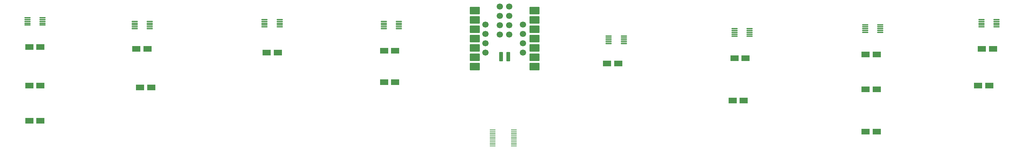
<source format=gbr>
%TF.GenerationSoftware,KiCad,Pcbnew,8.0.8*%
%TF.CreationDate,2025-05-04T20:59:54-05:00*%
%TF.ProjectId,Feedback_sleeve,46656564-6261-4636-9b5f-736c65657665,rev?*%
%TF.SameCoordinates,Original*%
%TF.FileFunction,Paste,Top*%
%TF.FilePolarity,Positive*%
%FSLAX46Y46*%
G04 Gerber Fmt 4.6, Leading zero omitted, Abs format (unit mm)*
G04 Created by KiCad (PCBNEW 8.0.8) date 2025-05-04 20:59:54*
%MOMM*%
%LPD*%
G01*
G04 APERTURE LIST*
G04 Aperture macros list*
%AMRoundRect*
0 Rectangle with rounded corners*
0 $1 Rounding radius*
0 $2 $3 $4 $5 $6 $7 $8 $9 X,Y pos of 4 corners*
0 Add a 4 corners polygon primitive as box body*
4,1,4,$2,$3,$4,$5,$6,$7,$8,$9,$2,$3,0*
0 Add four circle primitives for the rounded corners*
1,1,$1+$1,$2,$3*
1,1,$1+$1,$4,$5*
1,1,$1+$1,$6,$7*
1,1,$1+$1,$8,$9*
0 Add four rect primitives between the rounded corners*
20,1,$1+$1,$2,$3,$4,$5,0*
20,1,$1+$1,$4,$5,$6,$7,0*
20,1,$1+$1,$6,$7,$8,$9,0*
20,1,$1+$1,$8,$9,$2,$3,0*%
G04 Aperture macros list end*
%ADD10R,2.200000X1.600000*%
%ADD11O,1.699999X0.299999*%
%ADD12RoundRect,0.062500X0.675000X0.062500X-0.675000X0.062500X-0.675000X-0.062500X0.675000X-0.062500X0*%
%ADD13RoundRect,0.200000X1.175000X0.800000X-1.175000X0.800000X-1.175000X-0.800000X1.175000X-0.800000X0*%
%ADD14RoundRect,0.200000X-1.175000X-0.800000X1.175000X-0.800000X1.175000X0.800000X-1.175000X0.800000X0*%
%ADD15C,1.700000*%
%ADD16RoundRect,0.110000X-0.440000X1.140000X-0.440000X-1.140000X0.440000X-1.140000X0.440000X1.140000X0*%
G04 APERTURE END LIST*
D10*
%TO.C,C11*%
X243000000Y-40500000D03*
X246000000Y-40500000D03*
%TD*%
%TO.C,C9*%
X243000000Y-31000000D03*
X246000000Y-31000000D03*
%TD*%
D11*
%TO.C,U7*%
X242900002Y-22999999D03*
X242900002Y-23499998D03*
X242900002Y-24000000D03*
X242900002Y-24499999D03*
X242900002Y-25000001D03*
X247000001Y-25000001D03*
X247000001Y-24499999D03*
X247000001Y-24000000D03*
X247000001Y-23499998D03*
X247000001Y-22999999D03*
%TD*%
D10*
%TO.C,C1*%
X274500000Y-29500000D03*
X277500000Y-29500000D03*
%TD*%
D11*
%TO.C,U9*%
X80200002Y-21499999D03*
X80200002Y-21999998D03*
X80200002Y-22500000D03*
X80200002Y-22999999D03*
X80200002Y-23500001D03*
X84300001Y-23500001D03*
X84300001Y-22999999D03*
X84300001Y-22500000D03*
X84300001Y-21999998D03*
X84300001Y-21499999D03*
%TD*%
D10*
%TO.C,C6*%
X80800000Y-30500000D03*
X83800000Y-30500000D03*
%TD*%
D11*
%TO.C,U2*%
X274400002Y-21499999D03*
X274400002Y-21999998D03*
X274400002Y-22500000D03*
X274400002Y-22999999D03*
X274400002Y-23500001D03*
X278500001Y-23500001D03*
X278500001Y-22999999D03*
X278500001Y-22500000D03*
X278500001Y-21999998D03*
X278500001Y-21499999D03*
%TD*%
D10*
%TO.C,C2*%
X173000000Y-33500000D03*
X176000000Y-33500000D03*
%TD*%
%TO.C,C5*%
X16500000Y-49000000D03*
X19500000Y-49000000D03*
%TD*%
D11*
%TO.C,U5*%
X112500002Y-21999999D03*
X112500002Y-22499998D03*
X112500002Y-23000000D03*
X112500002Y-23499999D03*
X112500002Y-24000001D03*
X116600001Y-24000001D03*
X116600001Y-23499999D03*
X116600001Y-23000000D03*
X116600001Y-22499998D03*
X116600001Y-21999999D03*
%TD*%
D10*
%TO.C,C10*%
X46500000Y-40000000D03*
X49500000Y-40000000D03*
%TD*%
%TO.C,C3*%
X112600000Y-30000000D03*
X115600000Y-30000000D03*
%TD*%
%TO.C,C15*%
X207000000Y-43500000D03*
X210000000Y-43500000D03*
%TD*%
D11*
%TO.C,U8*%
X207500002Y-23999999D03*
X207500002Y-24499998D03*
X207500002Y-25000000D03*
X207500002Y-25499999D03*
X207500002Y-26000001D03*
X211600001Y-26000001D03*
X211600001Y-25499999D03*
X211600001Y-25000000D03*
X211600001Y-24499998D03*
X211600001Y-23999999D03*
%TD*%
D10*
%TO.C,C14*%
X16500000Y-29000000D03*
X19500000Y-29000000D03*
%TD*%
%TO.C,C13*%
X207500000Y-32000000D03*
X210500000Y-32000000D03*
%TD*%
D11*
%TO.C,U4*%
X173400002Y-25999999D03*
X173400002Y-26499998D03*
X173400002Y-27000000D03*
X173400002Y-27499999D03*
X173400002Y-28000001D03*
X177500001Y-28000001D03*
X177500001Y-27499999D03*
X177500001Y-27000000D03*
X177500001Y-26499998D03*
X177500001Y-25999999D03*
%TD*%
%TO.C,U10*%
X45000002Y-21999999D03*
X45000002Y-22499998D03*
X45000002Y-23000000D03*
X45000002Y-23499999D03*
X45000002Y-24000001D03*
X49100001Y-24000001D03*
X49100001Y-23499999D03*
X49100001Y-23000000D03*
X49100001Y-22499998D03*
X49100001Y-21999999D03*
%TD*%
D12*
%TO.C,U3*%
X147725000Y-55900000D03*
X147725000Y-55500000D03*
X147725000Y-55100000D03*
X147725000Y-54700000D03*
X147725000Y-54300000D03*
X147725000Y-53900000D03*
X147725000Y-53500000D03*
X147725000Y-53100000D03*
X147725000Y-52700000D03*
X147725000Y-52300000D03*
X147725000Y-51900000D03*
X147725000Y-51500000D03*
X142000000Y-51500000D03*
X142000000Y-51900000D03*
X142000000Y-52300000D03*
X142000000Y-52700000D03*
X142000000Y-53100000D03*
X142000000Y-53500000D03*
X142000000Y-53900000D03*
X142000000Y-54300000D03*
X142000000Y-54700000D03*
X142000000Y-55100000D03*
X142000000Y-55500000D03*
X142000000Y-55900000D03*
%TD*%
D10*
%TO.C,C16*%
X16500000Y-39500000D03*
X19500000Y-39500000D03*
%TD*%
%TO.C,C12*%
X112600000Y-38500000D03*
X115600000Y-38500000D03*
%TD*%
%TO.C,C7*%
X273500000Y-39500000D03*
X276500000Y-39500000D03*
%TD*%
%TO.C,C4*%
X45500000Y-29500000D03*
X48500000Y-29500000D03*
%TD*%
D11*
%TO.C,U6*%
X16000002Y-20999999D03*
X16000002Y-21499998D03*
X16000002Y-22000000D03*
X16000002Y-22499999D03*
X16000002Y-23000001D03*
X20100001Y-23000001D03*
X20100001Y-22499999D03*
X20100001Y-22000000D03*
X20100001Y-21499998D03*
X20100001Y-20999999D03*
%TD*%
D13*
%TO.C,U1*%
X137147500Y-19030000D03*
X137147500Y-21570000D03*
X137147500Y-24110000D03*
X137147500Y-26650000D03*
X137147500Y-29190000D03*
X137147500Y-31730000D03*
X137147500Y-34270000D03*
D14*
X153312500Y-34270000D03*
X153312500Y-31730000D03*
X153312500Y-29190000D03*
X153312500Y-26650000D03*
X153312500Y-24110000D03*
X153312500Y-21570000D03*
X153312500Y-19030000D03*
D15*
X150230994Y-22840000D03*
X150230994Y-25380000D03*
X150230994Y-27920000D03*
X150230994Y-30460000D03*
X140070994Y-30460000D03*
X140070994Y-27920000D03*
X140070994Y-25380000D03*
X140070994Y-22840000D03*
X143960000Y-18000000D03*
X143960000Y-20540000D03*
X143960000Y-23080000D03*
X143960000Y-25620000D03*
X146500000Y-25620000D03*
X146500000Y-23080000D03*
X146500000Y-20540000D03*
X146500000Y-18000000D03*
D16*
X144230000Y-31624811D03*
X146230000Y-31624811D03*
%TD*%
D10*
%TO.C,C8*%
X243000000Y-52000000D03*
X246000000Y-52000000D03*
%TD*%
M02*

</source>
